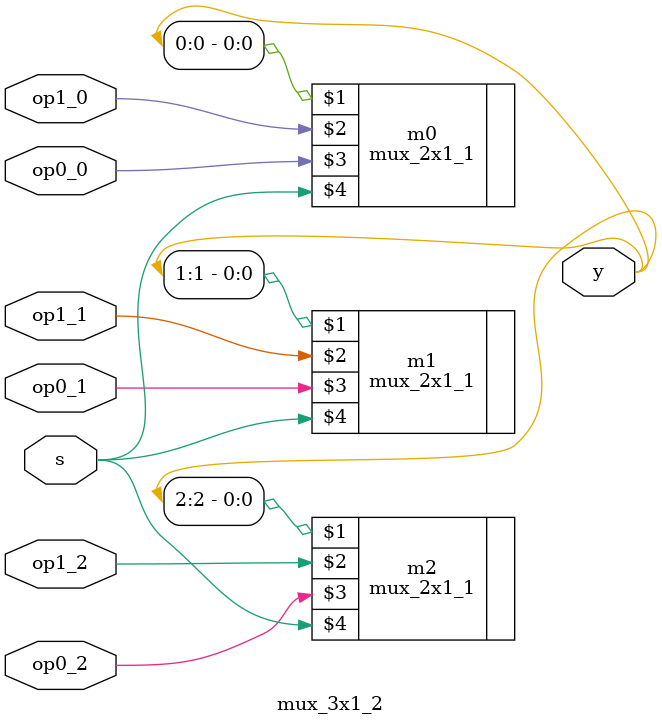
<source format=v>
module mux_3x1_2(y, op1_2, op1_1, op1_0, op0_2,op0_1,op0_0, s);
input op1_2, op1_1, op1_0, op0_2,op0_1,op0_0;
input s;
output [2:0]y;

mux_2x1_1 	m0(y[0],op1_0, op0_0,s),
				m1(y[1],op1_1, op0_1,s),
				m2(y[2],op1_2, op0_2,s);

endmodule

</source>
